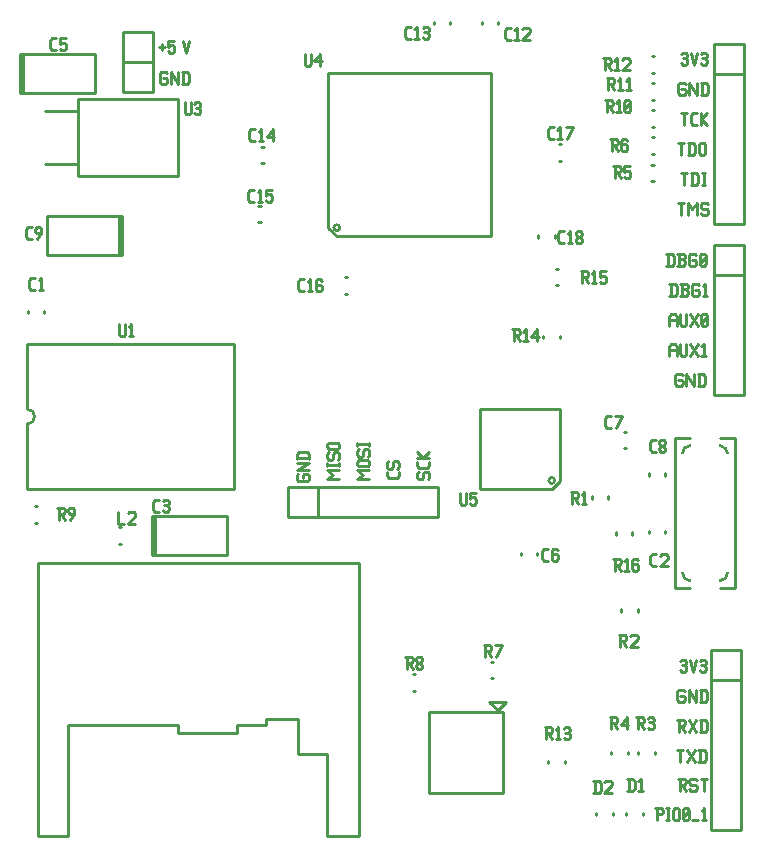
<source format=gbr>
G04 start of page 9 for group -4079 idx -4079 *
G04 Title: (unknown), topsilk *
G04 Creator: pcb 1.99z *
G04 CreationDate: Thu 29 Aug 2013 05:32:10 PM GMT UTC *
G04 For: p *
G04 Format: Gerber/RS-274X *
G04 PCB-Dimensions (mil): 6000.00 5000.00 *
G04 PCB-Coordinate-Origin: lower left *
%MOIN*%
%FSLAX25Y25*%
%LNTOPSILK*%
%ADD94C,0.0100*%
G54D94*X403145Y210079D02*X403645Y210579D01*
X404645D01*
X405145Y210079D01*
X404645Y206579D02*X405145Y207079D01*
X403645Y206579D02*X404645D01*
X403145Y207079D02*X403645Y206579D01*
Y208779D02*X404645D01*
X405145Y210079D02*Y209279D01*
Y208279D02*Y207079D01*
Y208279D02*X404645Y208779D01*
X405145Y209279D02*X404645Y208779D01*
X406345Y210579D02*X407345Y206579D01*
X408345Y210579D01*
X409545Y210079D02*X410045Y210579D01*
X411045D01*
X411545Y210079D01*
X411045Y206579D02*X411545Y207079D01*
X410045Y206579D02*X411045D01*
X409545Y207079D02*X410045Y206579D01*
Y208779D02*X411045D01*
X411545Y210079D02*Y209279D01*
Y208279D02*Y207079D01*
Y208279D02*X411045Y208779D01*
X411545Y209279D02*X411045Y208779D01*
X403463Y305973D02*X403963Y305473D01*
X401963Y305973D02*X403463D01*
X401463Y305473D02*X401963Y305973D01*
X401463Y305473D02*Y302473D01*
X401963Y301973D01*
X403463D01*
X403963Y302473D01*
Y303473D02*Y302473D01*
X403463Y303973D02*X403963Y303473D01*
X402463Y303973D02*X403463D01*
X405163Y305973D02*Y301973D01*
Y305973D02*X407663Y301973D01*
Y305973D02*Y301973D01*
X409363Y305973D02*Y301973D01*
X410663Y305973D02*X411363Y305273D01*
Y302673D01*
X410663Y301973D02*X411363Y302673D01*
X408863Y301973D02*X410663D01*
X408863Y305973D02*X410663D01*
X399463Y314973D02*Y311973D01*
Y314973D02*X400163Y315973D01*
X401263D01*
X401963Y314973D01*
Y311973D01*
X399463Y313973D02*X401963D01*
X403163Y315973D02*Y312473D01*
X403663Y311973D01*
X404663D01*
X405163Y312473D01*
Y315973D02*Y312473D01*
X406363Y311973D02*X408863Y315973D01*
X406363D02*X408863Y311973D01*
X410063Y315173D02*X410863Y315973D01*
Y311973D01*
X410063D02*X411563D01*
X404145Y200579D02*X404645Y200079D01*
X402645Y200579D02*X404145D01*
X402145Y200079D02*X402645Y200579D01*
X402145Y200079D02*Y197079D01*
X402645Y196579D01*
X404145D01*
X404645Y197079D01*
Y198079D02*Y197079D01*
X404145Y198579D02*X404645Y198079D01*
X403145Y198579D02*X404145D01*
X405845Y200579D02*Y196579D01*
Y200579D02*X408345Y196579D01*
Y200579D02*Y196579D01*
X410045Y200579D02*Y196579D01*
X411345Y200579D02*X412045Y199879D01*
Y197279D01*
X411345Y196579D02*X412045Y197279D01*
X409545Y196579D02*X411345D01*
X409545Y200579D02*X411345D01*
X402145Y190579D02*X404145D01*
X404645Y190079D01*
Y189079D01*
X404145Y188579D02*X404645Y189079D01*
X402645Y188579D02*X404145D01*
X402645Y190579D02*Y186579D01*
X403445Y188579D02*X404645Y186579D01*
X405845D02*X408345Y190579D01*
X405845D02*X408345Y186579D01*
X410045Y190579D02*Y186579D01*
X411345Y190579D02*X412045Y189879D01*
Y187279D01*
X411345Y186579D02*X412045Y187279D01*
X409545Y186579D02*X411345D01*
X409545Y190579D02*X411345D01*
X402145Y180579D02*X404145D01*
X403145D02*Y176579D01*
X405345D02*X407845Y180579D01*
X405345D02*X407845Y176579D01*
X409545Y180579D02*Y176579D01*
X410845Y180579D02*X411545Y179879D01*
Y177279D01*
X410845Y176579D02*X411545Y177279D01*
X409045Y176579D02*X410845D01*
X409045Y180579D02*X410845D01*
X398963Y345973D02*Y341973D01*
X400263Y345973D02*X400963Y345273D01*
Y342673D01*
X400263Y341973D02*X400963Y342673D01*
X398463Y341973D02*X400263D01*
X398463Y345973D02*X400263D01*
X402163Y341973D02*X404163D01*
X404663Y342473D01*
Y343673D02*Y342473D01*
X404163Y344173D02*X404663Y343673D01*
X402663Y344173D02*X404163D01*
X402663Y345973D02*Y341973D01*
X402163Y345973D02*X404163D01*
X404663Y345473D01*
Y344673D01*
X404163Y344173D02*X404663Y344673D01*
X407863Y345973D02*X408363Y345473D01*
X406363Y345973D02*X407863D01*
X405863Y345473D02*X406363Y345973D01*
X405863Y345473D02*Y342473D01*
X406363Y341973D01*
X407863D01*
X408363Y342473D01*
Y343473D02*Y342473D01*
X407863Y343973D02*X408363Y343473D01*
X406863Y343973D02*X407863D01*
X409563Y342473D02*X410063Y341973D01*
X409563Y345473D02*Y342473D01*
Y345473D02*X410063Y345973D01*
X411063D01*
X411563Y345473D01*
Y342473D01*
X411063Y341973D02*X411563Y342473D01*
X410063Y341973D02*X411063D01*
X409563Y342973D02*X411563Y344973D01*
X399963Y335973D02*Y331973D01*
X401263Y335973D02*X401963Y335273D01*
Y332673D01*
X401263Y331973D02*X401963Y332673D01*
X399463Y331973D02*X401263D01*
X399463Y335973D02*X401263D01*
X403163Y331973D02*X405163D01*
X405663Y332473D01*
Y333673D02*Y332473D01*
X405163Y334173D02*X405663Y333673D01*
X403663Y334173D02*X405163D01*
X403663Y335973D02*Y331973D01*
X403163Y335973D02*X405163D01*
X405663Y335473D01*
Y334673D01*
X405163Y334173D02*X405663Y334673D01*
X408863Y335973D02*X409363Y335473D01*
X407363Y335973D02*X408863D01*
X406863Y335473D02*X407363Y335973D01*
X406863Y335473D02*Y332473D01*
X407363Y331973D01*
X408863D01*
X409363Y332473D01*
Y333473D02*Y332473D01*
X408863Y333973D02*X409363Y333473D01*
X407863Y333973D02*X408863D01*
X410563Y335173D02*X411363Y335973D01*
Y331973D01*
X410563D02*X412063D01*
X399463Y324973D02*Y321973D01*
Y324973D02*X400163Y325973D01*
X401263D01*
X401963Y324973D01*
Y321973D01*
X399463Y323973D02*X401963D01*
X403163Y325973D02*Y322473D01*
X403663Y321973D01*
X404663D01*
X405163Y322473D01*
Y325973D02*Y322473D01*
X406363Y321973D02*X408863Y325973D01*
X406363D02*X408863Y321973D01*
X410063Y322473D02*X410563Y321973D01*
X410063Y325473D02*Y322473D01*
Y325473D02*X410563Y325973D01*
X411563D01*
X412063Y325473D01*
Y322473D01*
X411563Y321973D02*X412063Y322473D01*
X410563Y321973D02*X411563D01*
X410063Y322973D02*X412063Y324973D01*
X404463Y402973D02*X404963Y402473D01*
X402963Y402973D02*X404463D01*
X402463Y402473D02*X402963Y402973D01*
X402463Y402473D02*Y399473D01*
X402963Y398973D01*
X404463D01*
X404963Y399473D01*
Y400473D02*Y399473D01*
X404463Y400973D02*X404963Y400473D01*
X403463Y400973D02*X404463D01*
X406163Y402973D02*Y398973D01*
Y402973D02*X408663Y398973D01*
Y402973D02*Y398973D01*
X410363Y402973D02*Y398973D01*
X411663Y402973D02*X412363Y402273D01*
Y399673D01*
X411663Y398973D02*X412363Y399673D01*
X409863Y398973D02*X411663D01*
X409863Y402973D02*X411663D01*
X403463Y412473D02*X403963Y412973D01*
X404963D01*
X405463Y412473D01*
X404963Y408973D02*X405463Y409473D01*
X403963Y408973D02*X404963D01*
X403463Y409473D02*X403963Y408973D01*
Y411173D02*X404963D01*
X405463Y412473D02*Y411673D01*
Y410673D02*Y409473D01*
Y410673D02*X404963Y411173D01*
X405463Y411673D02*X404963Y411173D01*
X406663Y412973D02*X407663Y408973D01*
X408663Y412973D01*
X409863Y412473D02*X410363Y412973D01*
X411363D01*
X411863Y412473D01*
X411363Y408973D02*X411863Y409473D01*
X410363Y408973D02*X411363D01*
X409863Y409473D02*X410363Y408973D01*
Y411173D02*X411363D01*
X411863Y412473D02*Y411673D01*
Y410673D02*Y409473D01*
Y410673D02*X411363Y411173D01*
X411863Y411673D02*X411363Y411173D01*
X403463Y392973D02*X405463D01*
X404463D02*Y388973D01*
X407363D02*X408663D01*
X406663Y389673D02*X407363Y388973D01*
X406663Y392273D02*Y389673D01*
Y392273D02*X407363Y392973D01*
X408663D01*
X409863D02*Y388973D01*
Y390973D02*X411863Y392973D01*
X409863Y390973D02*X411863Y388973D01*
X402463Y382973D02*X404463D01*
X403463D02*Y378973D01*
X406163Y382973D02*Y378973D01*
X407463Y382973D02*X408163Y382273D01*
Y379673D01*
X407463Y378973D02*X408163Y379673D01*
X405663Y378973D02*X407463D01*
X405663Y382973D02*X407463D01*
X409363Y382473D02*Y379473D01*
Y382473D02*X409863Y382973D01*
X410863D01*
X411363Y382473D01*
Y379473D01*
X410863Y378973D02*X411363Y379473D01*
X409863Y378973D02*X410863D01*
X409363Y379473D02*X409863Y378973D01*
X403463Y372973D02*X405463D01*
X404463D02*Y368973D01*
X407163Y372973D02*Y368973D01*
X408463Y372973D02*X409163Y372273D01*
Y369673D01*
X408463Y368973D02*X409163Y369673D01*
X406663Y368973D02*X408463D01*
X406663Y372973D02*X408463D01*
X410363D02*X411363D01*
X410863D02*Y368973D01*
X410363D02*X411363D01*
X402463Y362973D02*X404463D01*
X403463D02*Y358973D01*
X405663Y362973D02*Y358973D01*
Y362973D02*X407163Y360973D01*
X408663Y362973D01*
Y358973D01*
X411863Y362973D02*X412363Y362473D01*
X410363Y362973D02*X411863D01*
X409863Y362473D02*X410363Y362973D01*
X409863Y362473D02*Y361473D01*
X410363Y360973D01*
X411863D01*
X412363Y360473D01*
Y359473D01*
X411863Y358973D02*X412363Y359473D01*
X410363Y358973D02*X411863D01*
X409863Y359473D02*X410363Y358973D01*
X275327Y272142D02*X275827Y272642D01*
X275327Y272142D02*Y270642D01*
X275827Y270142D02*X275327Y270642D01*
X275827Y270142D02*X278827D01*
X279327Y270642D01*
Y272142D02*Y270642D01*
Y272142D02*X278827Y272642D01*
X277827D02*X278827D01*
X277327Y272142D02*X277827Y272642D01*
X277327Y272142D02*Y271142D01*
X275327Y273842D02*X279327D01*
X275327D02*X279327Y276342D01*
X275327D02*X279327D01*
X275327Y278042D02*X279327D01*
X275327Y279342D02*X276027Y280042D01*
X278627D01*
X279327Y279342D02*X278627Y280042D01*
X279327Y279342D02*Y277542D01*
X275327Y279342D02*Y277542D01*
X309327Y273142D02*Y271842D01*
X308627Y271142D02*X309327Y271842D01*
X306027Y271142D02*X308627D01*
X306027D02*X305327Y271842D01*
Y273142D02*Y271842D01*
Y276342D02*X305827Y276842D01*
X305327Y276342D02*Y274842D01*
X305827Y274342D02*X305327Y274842D01*
X305827Y274342D02*X306827D01*
X307327Y274842D01*
Y276342D02*Y274842D01*
Y276342D02*X307827Y276842D01*
X308827D01*
X309327Y276342D02*X308827Y276842D01*
X309327Y276342D02*Y274842D01*
X308827Y274342D02*X309327Y274842D01*
X285463Y270878D02*X289463D01*
X285463D02*X287463Y272378D01*
X285463Y273878D01*
X289463D01*
X285463Y276078D02*Y275078D01*
Y275578D02*X289463D01*
Y276078D02*Y275078D01*
X285463Y279278D02*X285963Y279778D01*
X285463Y279278D02*Y277778D01*
X285963Y277278D02*X285463Y277778D01*
X285963Y277278D02*X286963D01*
X287463Y277778D01*
Y279278D02*Y277778D01*
Y279278D02*X287963Y279778D01*
X288963D01*
X289463Y279278D02*X288963Y279778D01*
X289463Y279278D02*Y277778D01*
X288963Y277278D02*X289463Y277778D01*
X285963Y280978D02*X288963D01*
X285963D02*X285463Y281478D01*
Y282478D02*Y281478D01*
Y282478D02*X285963Y282978D01*
X288963D01*
X289463Y282478D02*X288963Y282978D01*
X289463Y282478D02*Y281478D01*
X288963Y280978D02*X289463Y281478D01*
X295463Y270878D02*X299463D01*
X295463D02*X297463Y272378D01*
X295463Y273878D01*
X299463D01*
X295963Y275078D02*X298963D01*
X295963D02*X295463Y275578D01*
Y276578D02*Y275578D01*
Y276578D02*X295963Y277078D01*
X298963D01*
X299463Y276578D02*X298963Y277078D01*
X299463Y276578D02*Y275578D01*
X298963Y275078D02*X299463Y275578D01*
X295463Y280278D02*X295963Y280778D01*
X295463Y280278D02*Y278778D01*
X295963Y278278D02*X295463Y278778D01*
X295963Y278278D02*X296963D01*
X297463Y278778D01*
Y280278D02*Y278778D01*
Y280278D02*X297963Y280778D01*
X298963D01*
X299463Y280278D02*X298963Y280778D01*
X299463Y280278D02*Y278778D01*
X298963Y278278D02*X299463Y278778D01*
X295463Y282978D02*Y281978D01*
Y282478D02*X299463D01*
Y282978D02*Y281978D01*
X315463Y272878D02*X315963Y273378D01*
X315463Y272878D02*Y271378D01*
X315963Y270878D02*X315463Y271378D01*
X315963Y270878D02*X316963D01*
X317463Y271378D01*
Y272878D02*Y271378D01*
Y272878D02*X317963Y273378D01*
X318963D01*
X319463Y272878D02*X318963Y273378D01*
X319463Y272878D02*Y271378D01*
X318963Y270878D02*X319463Y271378D01*
Y276578D02*Y275278D01*
X318763Y274578D02*X319463Y275278D01*
X316163Y274578D02*X318763D01*
X316163D02*X315463Y275278D01*
Y276578D02*Y275278D01*
Y277778D02*X319463D01*
X317463D02*X315463Y279778D01*
X317463Y277778D02*X319463Y279778D01*
X231599Y406626D02*X232099Y406126D01*
X230099Y406626D02*X231599D01*
X229599Y406126D02*X230099Y406626D01*
X229599Y406126D02*Y403126D01*
X230099Y402626D01*
X231599D01*
X232099Y403126D01*
Y404126D02*Y403126D01*
X231599Y404626D02*X232099Y404126D01*
X230599Y404626D02*X231599D01*
X233299Y406626D02*Y402626D01*
Y406626D02*X235799Y402626D01*
Y406626D02*Y402626D01*
X237499Y406626D02*Y402626D01*
X238799Y406626D02*X239499Y405926D01*
Y403326D01*
X238799Y402626D02*X239499Y403326D01*
X236999Y402626D02*X238799D01*
X236999Y406626D02*X238799D01*
X229206Y415020D02*X231206D01*
X230206Y416020D02*Y414020D01*
X232406Y417020D02*X234406D01*
X232406D02*Y415020D01*
X232906Y415520D01*
X233906D01*
X234406Y415020D01*
Y413520D01*
X233906Y413020D02*X234406Y413520D01*
X232906Y413020D02*X233906D01*
X232406Y413520D02*X232906Y413020D01*
X237406Y417020D02*X238406Y413020D01*
X239406Y417020D01*
X395298Y161200D02*Y157200D01*
X394798Y161200D02*X396798D01*
X397298Y160700D01*
Y159700D01*
X396798Y159200D02*X397298Y159700D01*
X395298Y159200D02*X396798D01*
X398498Y161200D02*X399498D01*
X398998D02*Y157200D01*
X398498D02*X399498D01*
X400698Y160700D02*Y157700D01*
Y160700D02*X401198Y161200D01*
X402198D01*
X402698Y160700D01*
Y157700D01*
X402198Y157200D02*X402698Y157700D01*
X401198Y157200D02*X402198D01*
X400698Y157700D02*X401198Y157200D01*
X403898Y157700D02*X404398Y157200D01*
X403898Y160700D02*Y157700D01*
Y160700D02*X404398Y161200D01*
X405398D01*
X405898Y160700D01*
Y157700D01*
X405398Y157200D02*X405898Y157700D01*
X404398Y157200D02*X405398D01*
X403898Y158200D02*X405898Y160200D01*
X407098Y157200D02*X409098D01*
X410298Y160400D02*X411098Y161200D01*
Y157200D01*
X410298D02*X411798D01*
X402463Y170973D02*X404463D01*
X404963Y170473D01*
Y169473D01*
X404463Y168973D02*X404963Y169473D01*
X402963Y168973D02*X404463D01*
X402963Y170973D02*Y166973D01*
X403763Y168973D02*X404963Y166973D01*
X408163Y170973D02*X408663Y170473D01*
X406663Y170973D02*X408163D01*
X406163Y170473D02*X406663Y170973D01*
X406163Y170473D02*Y169473D01*
X406663Y168973D01*
X408163D01*
X408663Y168473D01*
Y167473D01*
X408163Y166973D02*X408663Y167473D01*
X406663Y166973D02*X408163D01*
X406163Y167473D02*X406663Y166973D01*
X409863Y170973D02*X411863D01*
X410863D02*Y166973D01*
X414463Y415973D02*Y355973D01*
X424463D01*
Y415973D01*
X414463D01*
Y405973D02*X424463D01*
Y415973D01*
X393520Y397319D02*X394306D01*
X393520Y402829D02*X394306D01*
X393520Y388319D02*X394306D01*
X393520Y393829D02*X394306D01*
X393520Y379319D02*X394306D01*
X393520Y384829D02*X394306D01*
X393442Y370218D02*X394228D01*
X393442Y375728D02*X394228D01*
X393520Y406319D02*X394306D01*
X393520Y411829D02*X394306D01*
X263409Y381696D02*X264195D01*
X263409Y376186D02*X264195D01*
X262409Y362011D02*X263195D01*
X262409Y356501D02*X263195D01*
X285745Y406100D02*Y354682D01*
Y406100D02*X340063D01*
Y351782D01*
X288645D02*X340063D01*
X288645D02*X285745Y354682D01*
X288645Y353682D02*G75*G03X288645Y353682I0J1000D01*G01*
X291220Y338137D02*X292006D01*
X291220Y332627D02*X292006D01*
X355708Y352169D02*Y351383D01*
X361218Y352169D02*Y351383D01*
X362581Y377029D02*X363367D01*
X362581Y382539D02*X363367D01*
X361613Y335478D02*X362399D01*
X361613Y340988D02*X362399D01*
X185377Y267473D02*X254377D01*
Y315973D02*Y267473D01*
X185377Y315973D02*X254377D01*
X185377Y289223D02*Y267473D01*
Y315973D02*Y294223D01*
Y289223D02*G75*G03X185377Y294223I0J2500D01*G01*
X362966Y318642D02*Y317856D01*
X357456Y318642D02*Y317856D01*
X272327Y258142D02*X322327D01*
Y268142D02*Y258142D01*
X272327Y268142D02*X322327D01*
X272327D02*Y258142D01*
X282327Y268142D02*Y258142D01*
X272327Y268142D02*X282327D01*
X217411Y420054D02*Y400054D01*
X227411D01*
Y420054D01*
X217411D01*
Y410054D02*X227411D01*
Y420054D01*
X336960Y423350D02*Y422564D01*
X342470Y423350D02*Y422564D01*
X320960Y423350D02*Y422564D01*
X326470Y423350D02*Y422564D01*
X182911Y412554D02*Y399554D01*
X207911D01*
Y412554D01*
X182911D01*
X183911D02*Y399554D01*
X202323Y397527D02*X235788D01*
X202323D02*Y371937D01*
X235788D01*
Y397527D02*Y371937D01*
X191496Y393590D02*X202323D01*
X191496Y375874D02*X202323D01*
X191166Y326904D02*Y326118D01*
X185656Y326904D02*Y326118D01*
X216877Y358473D02*Y345473D01*
X191877Y358473D02*X216877D01*
X191877D02*Y345473D01*
X216877D01*
X215877Y358473D02*Y345473D01*
X383390Y227429D02*Y226643D01*
X388900Y227429D02*Y226643D01*
X398082Y253677D02*Y252891D01*
X392572Y253677D02*Y252891D01*
X387082Y253078D02*Y252292D01*
X381572Y253078D02*Y252292D01*
X373572Y265078D02*Y264292D01*
X379082Y265078D02*Y264292D01*
X336419Y267495D02*X360277D01*
X336419Y294253D02*Y267495D01*
Y294253D02*X363177D01*
Y270395D01*
X360277Y267495D01*
X361277Y270395D02*G75*G03X361277Y270395I-1000J0D01*G01*
X349996Y246196D02*Y245410D01*
X355506Y246196D02*Y245410D01*
X384391Y281073D02*X385177D01*
X384391Y286583D02*X385177D01*
X392572Y272764D02*Y271978D01*
X398082Y272764D02*Y271978D01*
X401327Y284528D02*X406327D01*
X401327D02*Y234528D01*
X406327D01*
X416327D02*X421327D01*
Y284528D02*Y234528D01*
X416327Y284528D02*X421327D01*
X416327Y237028D02*G75*G03X418827Y239528I0J2500D01*G01*
X403827D02*G75*G03X406327Y237028I2500J0D01*G01*
Y282028D02*G75*G03X403827Y279528I0J-2500D01*G01*
X418827D02*G75*G03X416327Y282028I-2500J0D01*G01*
X414463Y348878D02*Y298878D01*
X424463D01*
Y348878D01*
X414463D01*
Y338878D02*X424463D01*
Y348878D01*
X187928Y256391D02*X188714D01*
X187928Y261901D02*X188714D01*
X216020Y249319D02*X216806D01*
X216020Y254829D02*X216806D01*
X226877Y258473D02*Y245473D01*
X251877D01*
Y258473D02*Y245473D01*
X226877Y258473D02*X251877D01*
X227877D02*Y245473D01*
X199162Y188890D02*Y151883D01*
X188925D02*X199162D01*
X188925Y161726D02*Y151883D01*
X199162Y188890D02*X235776D01*
Y186134D01*
X255264D01*
Y188890D02*Y186134D01*
Y188890D02*X265106D01*
Y191055D02*Y188890D01*
Y191055D02*X275539D01*
Y179245D01*
X285185D01*
Y151883D01*
X296011D01*
Y161529D02*Y151883D01*
Y176686D02*Y161529D01*
Y242827D02*Y176686D01*
X205264Y242827D02*X296011D01*
X188925D02*X205264D01*
X188925D02*Y237709D01*
Y176489D01*
Y161726D01*
X339948Y204445D02*X340734D01*
X339948Y209955D02*X340734D01*
X314020Y200319D02*X314806D01*
X314020Y205829D02*X314806D01*
X344160Y193106D02*Y166334D01*
X319357D02*X344160D01*
X319357Y193106D02*Y166334D01*
Y193106D02*X344160D01*
X342192Y193893D02*X344948Y196649D01*
X339436D02*X344948D01*
X339436D02*X342192Y193893D01*
X359043Y177050D02*Y176264D01*
X364553Y177050D02*Y176264D01*
X413463Y213973D02*Y153973D01*
X423463D01*
Y213973D01*
X413463D01*
Y203973D02*X423463D01*
Y213973D01*
X385553Y180050D02*Y179264D01*
X380043Y180050D02*Y179264D01*
X394553Y180050D02*Y179264D01*
X389043Y180050D02*Y179264D01*
X375043Y159593D02*Y158807D01*
X380553Y159593D02*Y158807D01*
X385043Y159593D02*Y158807D01*
X390553Y159593D02*Y158807D01*
X312005Y417660D02*X313305D01*
X311305Y418360D02*X312005Y417660D01*
X311305Y420960D02*Y418360D01*
Y420960D02*X312005Y421660D01*
X313305D01*
X314505Y420860D02*X315305Y421660D01*
Y417660D01*
X314505D02*X316005D01*
X317205Y421160D02*X317705Y421660D01*
X318705D01*
X319205Y421160D01*
X318705Y417660D02*X319205Y418160D01*
X317705Y417660D02*X318705D01*
X317205Y418160D02*X317705Y417660D01*
Y419860D02*X318705D01*
X319205Y421160D02*Y420360D01*
Y419360D02*Y418160D01*
Y419360D02*X318705Y419860D01*
X319205Y420360D02*X318705Y419860D01*
X311380Y211704D02*X313380D01*
X313880Y211204D01*
Y210204D01*
X313380Y209704D02*X313880Y210204D01*
X311880Y209704D02*X313380D01*
X311880Y211704D02*Y207704D01*
X312680Y209704D02*X313880Y207704D01*
X315080Y208204D02*X315580Y207704D01*
X315080Y209004D02*Y208204D01*
Y209004D02*X315780Y209704D01*
X316380D01*
X317080Y209004D01*
Y208204D01*
X316580Y207704D02*X317080Y208204D01*
X315580Y207704D02*X316580D01*
X315080Y210404D02*X315780Y209704D01*
X315080Y211204D02*Y210404D01*
Y211204D02*X315580Y211704D01*
X316580D01*
X317080Y211204D01*
Y210404D01*
X316380Y209704D02*X317080Y210404D01*
X378674Y404495D02*X380674D01*
X381174Y403995D01*
Y402995D01*
X380674Y402495D02*X381174Y402995D01*
X379174Y402495D02*X380674D01*
X379174Y404495D02*Y400495D01*
X379974Y402495D02*X381174Y400495D01*
X382374Y403695D02*X383174Y404495D01*
Y400495D01*
X382374D02*X383874D01*
X385074Y403695D02*X385874Y404495D01*
Y400495D01*
X385074D02*X386574D01*
X378071Y397101D02*X380071D01*
X380571Y396601D01*
Y395601D01*
X380071Y395101D02*X380571Y395601D01*
X378571Y395101D02*X380071D01*
X378571Y397101D02*Y393101D01*
X379371Y395101D02*X380571Y393101D01*
X381771Y396301D02*X382571Y397101D01*
Y393101D01*
X381771D02*X383271D01*
X384471Y393601D02*X384971Y393101D01*
X384471Y396601D02*Y393601D01*
Y396601D02*X384971Y397101D01*
X385971D01*
X386471Y396601D01*
Y393601D01*
X385971Y393101D02*X386471Y393601D01*
X384971Y393101D02*X385971D01*
X384471Y394101D02*X386471Y396101D01*
X379784Y384224D02*X381784D01*
X382284Y383724D01*
Y382724D01*
X381784Y382224D02*X382284Y382724D01*
X380284Y382224D02*X381784D01*
X380284Y384224D02*Y380224D01*
X381084Y382224D02*X382284Y380224D01*
X384984Y384224D02*X385484Y383724D01*
X383984Y384224D02*X384984D01*
X383484Y383724D02*X383984Y384224D01*
X383484Y383724D02*Y380724D01*
X383984Y380224D01*
X384984Y382424D02*X385484Y381924D01*
X383484Y382424D02*X384984D01*
X383984Y380224D02*X384984D01*
X385484Y380724D01*
Y381924D02*Y380724D01*
X369888Y340076D02*X371888D01*
X372388Y339576D01*
Y338576D01*
X371888Y338076D02*X372388Y338576D01*
X370388Y338076D02*X371888D01*
X370388Y340076D02*Y336076D01*
X371188Y338076D02*X372388Y336076D01*
X373588Y339276D02*X374388Y340076D01*
Y336076D01*
X373588D02*X375088D01*
X376288Y340076D02*X378288D01*
X376288D02*Y338076D01*
X376788Y338576D01*
X377788D01*
X378288Y338076D01*
Y336576D01*
X377788Y336076D02*X378288Y336576D01*
X376788Y336076D02*X377788D01*
X376288Y336576D02*X376788Y336076D01*
X380706Y375123D02*X382706D01*
X383206Y374623D01*
Y373623D01*
X382706Y373123D02*X383206Y373623D01*
X381206Y373123D02*X382706D01*
X381206Y375123D02*Y371123D01*
X382006Y373123D02*X383206Y371123D01*
X384406Y375123D02*X386406D01*
X384406D02*Y373123D01*
X384906Y373623D01*
X385906D01*
X386406Y373123D01*
Y371623D01*
X385906Y371123D02*X386406Y371623D01*
X384906Y371123D02*X385906D01*
X384406Y371623D02*X384906Y371123D01*
X345218Y417374D02*X346518D01*
X344518Y418074D02*X345218Y417374D01*
X344518Y420674D02*Y418074D01*
Y420674D02*X345218Y421374D01*
X346518D01*
X347718Y420574D02*X348518Y421374D01*
Y417374D01*
X347718D02*X349218D01*
X350418Y420874D02*X350918Y421374D01*
X352418D01*
X352918Y420874D01*
Y419874D01*
X350418Y417374D02*X352918Y419874D01*
X350418Y417374D02*X352918D01*
X359649Y384099D02*X360949D01*
X358949Y384799D02*X359649Y384099D01*
X358949Y387399D02*Y384799D01*
Y387399D02*X359649Y388099D01*
X360949D01*
X362149Y387299D02*X362949Y388099D01*
Y384099D01*
X362149D02*X363649D01*
X365349D02*X367349Y388099D01*
X364849D02*X367349D01*
X377376Y411090D02*X379376D01*
X379876Y410590D01*
Y409590D01*
X379376Y409090D02*X379876Y409590D01*
X377876Y409090D02*X379376D01*
X377876Y411090D02*Y407090D01*
X378676Y409090D02*X379876Y407090D01*
X381076Y410290D02*X381876Y411090D01*
Y407090D01*
X381076D02*X382576D01*
X383776Y410590D02*X384276Y411090D01*
X385776D01*
X386276Y410590D01*
Y409590D01*
X383776Y407090D02*X386276Y409590D01*
X383776Y407090D02*X386276D01*
X363056Y349436D02*X364356D01*
X362356Y350136D02*X363056Y349436D01*
X362356Y352736D02*Y350136D01*
Y352736D02*X363056Y353436D01*
X364356D01*
X365556Y352636D02*X366356Y353436D01*
Y349436D01*
X365556D02*X367056D01*
X368256Y349936D02*X368756Y349436D01*
X368256Y350736D02*Y349936D01*
Y350736D02*X368956Y351436D01*
X369556D01*
X370256Y350736D01*
Y349936D01*
X369756Y349436D02*X370256Y349936D01*
X368756Y349436D02*X369756D01*
X368256Y352136D02*X368956Y351436D01*
X368256Y352936D02*Y352136D01*
Y352936D02*X368756Y353436D01*
X369756D01*
X370256Y352936D01*
Y352136D01*
X369556Y351436D02*X370256Y352136D01*
X366634Y266465D02*X368634D01*
X369134Y265965D01*
Y264965D01*
X368634Y264465D02*X369134Y264965D01*
X367134Y264465D02*X368634D01*
X367134Y266465D02*Y262465D01*
X367934Y264465D02*X369134Y262465D01*
X370334Y265665D02*X371134Y266465D01*
Y262465D01*
X370334D02*X371834D01*
X357770Y243713D02*X359070D01*
X357070Y244413D02*X357770Y243713D01*
X357070Y247013D02*Y244413D01*
Y247013D02*X357770Y247713D01*
X359070D01*
X361770D02*X362270Y247213D01*
X360770Y247713D02*X361770D01*
X360270Y247213D02*X360770Y247713D01*
X360270Y247213D02*Y244213D01*
X360770Y243713D01*
X361770Y245913D02*X362270Y245413D01*
X360270Y245913D02*X361770D01*
X360770Y243713D02*X361770D01*
X362270Y244213D01*
Y245413D02*Y244213D01*
X329721Y266327D02*Y262827D01*
X330221Y262327D01*
X331221D01*
X331721Y262827D01*
Y266327D02*Y262827D01*
X332921Y266327D02*X334921D01*
X332921D02*Y264327D01*
X333421Y264827D01*
X334421D01*
X334921Y264327D01*
Y262827D01*
X334421Y262327D02*X334921Y262827D01*
X333421Y262327D02*X334421D01*
X332921Y262827D02*X333421Y262327D01*
X347015Y320745D02*X349015D01*
X349515Y320245D01*
Y319245D01*
X349015Y318745D02*X349515Y319245D01*
X347515Y318745D02*X349015D01*
X347515Y320745D02*Y316745D01*
X348315Y318745D02*X349515Y316745D01*
X350715Y319945D02*X351515Y320745D01*
Y316745D01*
X350715D02*X352215D01*
X353415Y318245D02*X355415Y320745D01*
X353415Y318245D02*X355915D01*
X355415Y320745D02*Y316745D01*
X382665Y219028D02*X384665D01*
X385165Y218528D01*
Y217528D01*
X384665Y217028D02*X385165Y217528D01*
X383165Y217028D02*X384665D01*
X383165Y219028D02*Y215028D01*
X383965Y217028D02*X385165Y215028D01*
X386365Y218528D02*X386865Y219028D01*
X388365D01*
X388865Y218528D01*
Y217528D01*
X386365Y215028D02*X388865Y217528D01*
X386365Y215028D02*X388865D01*
X379631Y191492D02*X381631D01*
X382131Y190992D01*
Y189992D01*
X381631Y189492D02*X382131Y189992D01*
X380131Y189492D02*X381631D01*
X380131Y191492D02*Y187492D01*
X380931Y189492D02*X382131Y187492D01*
X383331Y188992D02*X385331Y191492D01*
X383331Y188992D02*X385831D01*
X385331Y191492D02*Y187492D01*
X388499Y191564D02*X390499D01*
X390999Y191064D01*
Y190064D01*
X390499Y189564D02*X390999Y190064D01*
X388999Y189564D02*X390499D01*
X388999Y191564D02*Y187564D01*
X389799Y189564D02*X390999Y187564D01*
X392199Y191064D02*X392699Y191564D01*
X393699D01*
X394199Y191064D01*
X393699Y187564D02*X394199Y188064D01*
X392699Y187564D02*X393699D01*
X392199Y188064D02*X392699Y187564D01*
Y189764D02*X393699D01*
X394199Y191064D02*Y190264D01*
Y189264D02*Y188064D01*
Y189264D02*X393699Y189764D01*
X394199Y190264D02*X393699Y189764D01*
X378693Y287997D02*X379993D01*
X377993Y288697D02*X378693Y287997D01*
X377993Y291297D02*Y288697D01*
Y291297D02*X378693Y291997D01*
X379993D01*
X381693Y287997D02*X383693Y291997D01*
X381193D02*X383693D01*
X393850Y241806D02*X395150D01*
X393150Y242506D02*X393850Y241806D01*
X393150Y245106D02*Y242506D01*
Y245106D02*X393850Y245806D01*
X395150D01*
X396350Y245306D02*X396850Y245806D01*
X398350D01*
X398850Y245306D01*
Y244306D01*
X396350Y241806D02*X398850Y244306D01*
X396350Y241806D02*X398850D01*
X393601Y280065D02*X394901D01*
X392901Y280765D02*X393601Y280065D01*
X392901Y283365D02*Y280765D01*
Y283365D02*X393601Y284065D01*
X394901D01*
X396101Y280565D02*X396601Y280065D01*
X396101Y281365D02*Y280565D01*
Y281365D02*X396801Y282065D01*
X397401D01*
X398101Y281365D01*
Y280565D01*
X397601Y280065D02*X398101Y280565D01*
X396601Y280065D02*X397601D01*
X396101Y282765D02*X396801Y282065D01*
X396101Y283565D02*Y282765D01*
Y283565D02*X396601Y284065D01*
X397601D01*
X398101Y283565D01*
Y282765D01*
X397401Y282065D02*X398101Y282765D01*
X380720Y244378D02*X382720D01*
X383220Y243878D01*
Y242878D01*
X382720Y242378D02*X383220Y242878D01*
X381220Y242378D02*X382720D01*
X381220Y244378D02*Y240378D01*
X382020Y242378D02*X383220Y240378D01*
X384420Y243578D02*X385220Y244378D01*
Y240378D01*
X384420D02*X385920D01*
X388620Y244378D02*X389120Y243878D01*
X387620Y244378D02*X388620D01*
X387120Y243878D02*X387620Y244378D01*
X387120Y243878D02*Y240878D01*
X387620Y240378D01*
X388620Y242578D02*X389120Y242078D01*
X387120Y242578D02*X388620D01*
X387620Y240378D02*X388620D01*
X389120Y240878D01*
Y242078D02*Y240878D01*
X374616Y170293D02*Y166293D01*
X375916Y170293D02*X376616Y169593D01*
Y166993D01*
X375916Y166293D02*X376616Y166993D01*
X374116Y166293D02*X375916D01*
X374116Y170293D02*X375916D01*
X377816Y169793D02*X378316Y170293D01*
X379816D01*
X380316Y169793D01*
Y168793D01*
X377816Y166293D02*X380316Y168793D01*
X377816Y166293D02*X380316D01*
X385872Y170925D02*Y166925D01*
X387172Y170925D02*X387872Y170225D01*
Y167625D01*
X387172Y166925D02*X387872Y167625D01*
X385372Y166925D02*X387172D01*
X385372Y170925D02*X387172D01*
X389072Y170125D02*X389872Y170925D01*
Y166925D01*
X389072D02*X390572D01*
X337630Y215437D02*X339630D01*
X340130Y214937D01*
Y213937D01*
X339630Y213437D02*X340130Y213937D01*
X338130Y213437D02*X339630D01*
X338130Y215437D02*Y211437D01*
X338930Y213437D02*X340130Y211437D01*
X341830D02*X343830Y215437D01*
X341330D02*X343830D01*
X357845Y188139D02*X359845D01*
X360345Y187639D01*
Y186639D01*
X359845Y186139D02*X360345Y186639D01*
X358345Y186139D02*X359845D01*
X358345Y188139D02*Y184139D01*
X359145Y186139D02*X360345Y184139D01*
X361545Y187339D02*X362345Y188139D01*
Y184139D01*
X361545D02*X363045D01*
X364245Y187639D02*X364745Y188139D01*
X365745D01*
X366245Y187639D01*
X365745Y184139D02*X366245Y184639D01*
X364745Y184139D02*X365745D01*
X364245Y184639D02*X364745Y184139D01*
Y186339D02*X365745D01*
X366245Y187639D02*Y186839D01*
Y185839D02*Y184639D01*
Y185839D02*X365745Y186339D01*
X366245Y186839D02*X365745Y186339D01*
X193818Y413754D02*X195118D01*
X193118Y414454D02*X193818Y413754D01*
X193118Y417054D02*Y414454D01*
Y417054D02*X193818Y417754D01*
X195118D01*
X196318D02*X198318D01*
X196318D02*Y415754D01*
X196818Y416254D01*
X197818D01*
X198318Y415754D01*
Y414254D01*
X197818Y413754D02*X198318Y414254D01*
X196818Y413754D02*X197818D01*
X196318Y414254D02*X196818Y413754D01*
X186806Y333903D02*X188106D01*
X186106Y334603D02*X186806Y333903D01*
X186106Y337203D02*Y334603D01*
Y337203D02*X186806Y337903D01*
X188106D01*
X189306Y337103D02*X190106Y337903D01*
Y333903D01*
X189306D02*X190806D01*
X216127Y322473D02*Y318973D01*
X216627Y318473D01*
X217627D01*
X218127Y318973D01*
Y322473D02*Y318973D01*
X219327Y321673D02*X220127Y322473D01*
Y318473D01*
X219327D02*X220827D01*
X276407Y333406D02*X277707D01*
X275707Y334106D02*X276407Y333406D01*
X275707Y336706D02*Y334106D01*
Y336706D02*X276407Y337406D01*
X277707D01*
X278907Y336606D02*X279707Y337406D01*
Y333406D01*
X278907D02*X280407D01*
X283107Y337406D02*X283607Y336906D01*
X282107Y337406D02*X283107D01*
X281607Y336906D02*X282107Y337406D01*
X281607Y336906D02*Y333906D01*
X282107Y333406D01*
X283107Y335606D02*X283607Y335106D01*
X281607Y335606D02*X283107D01*
X282107Y333406D02*X283107D01*
X283607Y333906D01*
Y335106D02*Y333906D01*
X185672Y350900D02*X186972D01*
X184972Y351600D02*X185672Y350900D01*
X184972Y354200D02*Y351600D01*
Y354200D02*X185672Y354900D01*
X186972D01*
X188672Y350900D02*X190172Y352900D01*
Y354400D02*Y352900D01*
X189672Y354900D02*X190172Y354400D01*
X188672Y354900D02*X189672D01*
X188172Y354400D02*X188672Y354900D01*
X188172Y354400D02*Y353400D01*
X188672Y352900D01*
X190172D01*
X195392Y261285D02*X197392D01*
X197892Y260785D01*
Y259785D01*
X197392Y259285D02*X197892Y259785D01*
X195892Y259285D02*X197392D01*
X195892Y261285D02*Y257285D01*
X196692Y259285D02*X197892Y257285D01*
X199592D02*X201092Y259285D01*
Y260785D02*Y259285D01*
X200592Y261285D02*X201092Y260785D01*
X199592Y261285D02*X200592D01*
X199092Y260785D02*X199592Y261285D01*
X199092Y260785D02*Y259785D01*
X199592Y259285D01*
X201092D01*
X215742Y259949D02*Y255949D01*
X217742D01*
X218942Y259449D02*X219442Y259949D01*
X220942D01*
X221442Y259449D01*
Y258449D01*
X218942Y255949D02*X221442Y258449D01*
X218942Y255949D02*X221442D01*
X228077Y259973D02*X229377D01*
X227377Y260673D02*X228077Y259973D01*
X227377Y263273D02*Y260673D01*
Y263273D02*X228077Y263973D01*
X229377D01*
X230577Y263473D02*X231077Y263973D01*
X232077D01*
X232577Y263473D01*
X232077Y259973D02*X232577Y260473D01*
X231077Y259973D02*X232077D01*
X230577Y260473D02*X231077Y259973D01*
Y262173D02*X232077D01*
X232577Y263473D02*Y262673D01*
Y261673D02*Y260473D01*
Y261673D02*X232077Y262173D01*
X232577Y262673D02*X232077Y262173D01*
X260035Y383477D02*X261335D01*
X259335Y384177D02*X260035Y383477D01*
X259335Y386777D02*Y384177D01*
Y386777D02*X260035Y387477D01*
X261335D01*
X262535Y386677D02*X263335Y387477D01*
Y383477D01*
X262535D02*X264035D01*
X265235Y384977D02*X267235Y387477D01*
X265235Y384977D02*X267735D01*
X267235Y387477D02*Y383477D01*
X259809Y363280D02*X261109D01*
X259109Y363980D02*X259809Y363280D01*
X259109Y366580D02*Y363980D01*
Y366580D02*X259809Y367280D01*
X261109D01*
X262309Y366480D02*X263109Y367280D01*
Y363280D01*
X262309D02*X263809D01*
X265009Y367280D02*X267009D01*
X265009D02*Y365280D01*
X265509Y365780D01*
X266509D01*
X267009Y365280D01*
Y363780D01*
X266509Y363280D02*X267009Y363780D01*
X265509Y363280D02*X266509D01*
X265009Y363780D02*X265509Y363280D01*
X277967Y412602D02*Y409102D01*
X278467Y408602D01*
X279467D01*
X279967Y409102D01*
Y412602D02*Y409102D01*
X281167Y410102D02*X283167Y412602D01*
X281167Y410102D02*X283667D01*
X283167Y412602D02*Y408602D01*
X237954Y396502D02*Y393002D01*
X238454Y392502D01*
X239454D01*
X239954Y393002D01*
Y396502D02*Y393002D01*
X241154Y396002D02*X241654Y396502D01*
X242654D01*
X243154Y396002D01*
X242654Y392502D02*X243154Y393002D01*
X241654Y392502D02*X242654D01*
X241154Y393002D02*X241654Y392502D01*
Y394702D02*X242654D01*
X243154Y396002D02*Y395202D01*
Y394202D02*Y393002D01*
Y394202D02*X242654Y394702D01*
X243154Y395202D02*X242654Y394702D01*
M02*

</source>
